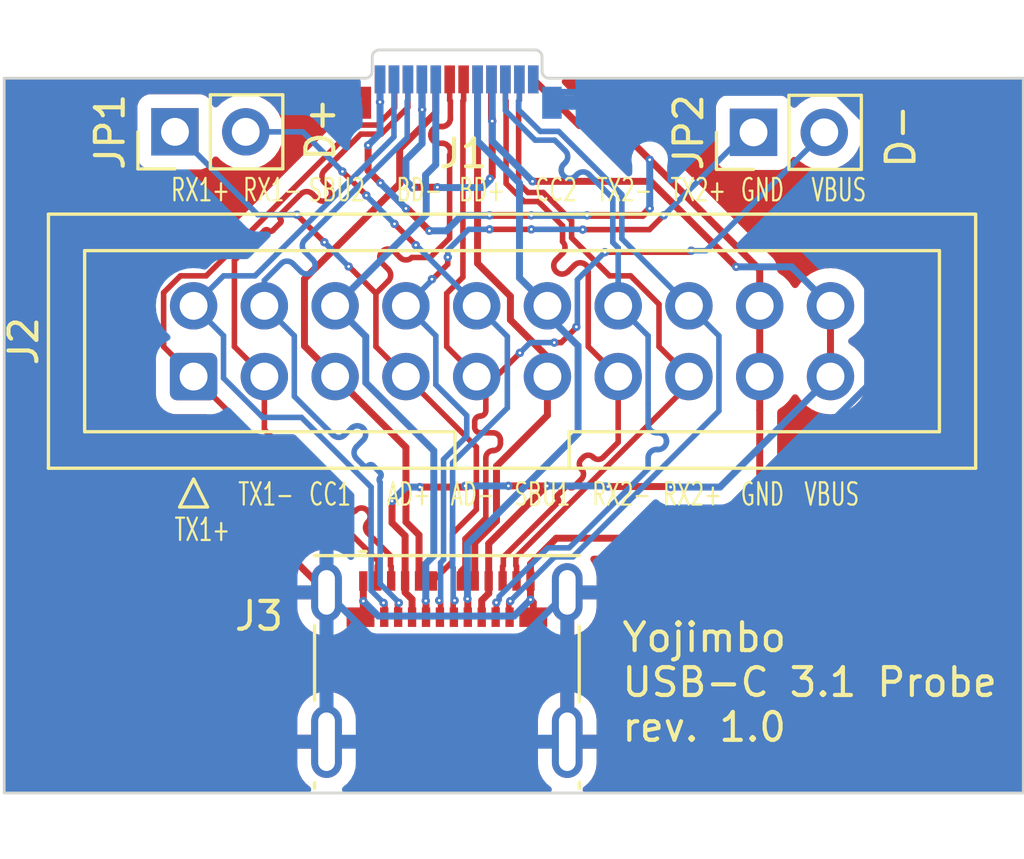
<source format=kicad_pcb>
(kicad_pcb (version 20221018) (generator pcbnew)
  (layers (0 "F.Cu" signal) (31 "B.Cu" signal) (34 "B.Paste" user) (35 "F.Paste" user) (36 "B.SilkS" user "B.Silkscreen") (37 "F.SilkS" user "F.Silkscreen") (38 "B.Mask" user) (39 "F.Mask" user) (44 "Edge.Cuts" user))
  (net 0 "")
  (net 1 "GND")
  (net 2 "/TX1+")
  (net 3 "/RX2+")
  (net 4 "/VBUS")
  (net 5 "/CC1")
  (net 6 "/A-D+")
  (net 7 "/A-D-")
  (net 8 "/SBU1")
  (net 9 "/RX2-")
  (net 10 "/TX2+")
  (net 11 "/TX2-")
  (net 12 "/CC2")
  (net 13 "/B-D+")
  (net 14 "/B-D-")
  (net 15 "/SBU2")
  (net 16 "/RX1-")
  (net 17 "/RX1+")
  (net 18 "/TX1-")
  (net 19 "/Shield")
  (footprint "Connector_IDC:IDC-Header_2x10_P2.54mm_Vertical" (layer "F.Cu") (at 137.16 60.96 90)
    (fp_text reference "J2")
    (fp_text value "Conn_02x09_Top_Bottom")
  )
  (footprint "Connector_PinHeader_2.54mm:PinHeader_1x02_P2.54mm_Vertical" (layer "F.Cu") (at 157.257 52.194 90)
    (fp_text reference "JP2")
    (fp_text value "Conn_01x02")
  )
  (footprint "Connector_USB:USB_C_Receptacle_Molex_105450-0101" (layer "F.Cu") (at 146.252 71.511)
    (fp_text reference "J3")
    (fp_text value "USB_C_Receptacle")
  )
  (footprint "Connector_USB:USB_C_Plug_Molex_105444" (layer "F.Cu") (at 146.602 50.252)
    (fp_text reference "J1")
    (fp_text value "USB_C_Plug")
  )
  (footprint "Connector_PinHeader_2.54mm:PinHeader_1x02_P2.54mm_Vertical" (layer "F.Cu") (at 136.492 52.176 90)
    (fp_text reference "JP1")
    (fp_text value "Conn_01x02")
  )
  (gr_line (start 143.572 49.49) (end 143.572 49.998) (stroke (width 0.1)) (layer "Edge.Cuts"))
  (gr_line (start 143.826 49.236) (end 149.414 49.236) (stroke (width 0.1)) (layer "Edge.Cuts"))
  (gr_arc (start 143.572 49.49) (mid 143.646395 49.310395) (end 143.826 49.236) (stroke (width 0.1)) (layer "Edge.Cuts"))
  (gr_arc (start 143.572 49.998) (mid 143.497605 50.177605) (end 143.318 50.252) (stroke (width 0.1)) (layer "Edge.Cuts"))
  (gr_line (start 130.364 75.906) (end 130.364 50.252) (stroke (width 0.1)) (layer "Edge.Cuts"))
  (gr_line (start 149.922 50.252) (end 166.94 50.252) (stroke (width 0.1)) (layer "Edge.Cuts"))
  (gr_line (start 130.364 75.906) (end 166.94 75.906) (stroke (width 0.1)) (layer "Edge.Cuts"))
  (gr_line (start 149.668 49.49) (end 149.668 49.998) (stroke (width 0.1)) (layer "Edge.Cuts"))
  (gr_line (start 166.94 50.252) (end 166.94 75.906) (stroke (width 0.1)) (layer "Edge.Cuts"))
  (gr_line (start 130.364 50.252) (end 143.318 50.252) (stroke (width 0.1)) (layer "Edge.Cuts"))
  (gr_arc (start 149.922 50.252) (mid 149.742395 50.177605) (end 149.668 49.998) (stroke (width 0.1)) (layer "Edge.Cuts"))
  (gr_arc (start 149.414 49.236) (mid 149.593605 49.310395) (end 149.668 49.49) (stroke (width 0.1)) (layer "Edge.Cuts"))
  (gr_text "TX1-" (at 138.715 65.656) (layer "F.SilkS") (effects (font (size 0.8 0.508) (thickness 0.08)) (justify left bottom)))
  (gr_text "D-" (at 163.13 53.554 90) (layer "F.SilkS") (effects (font (size 1 1)) (justify left bottom)))
  (gr_text "TX2+" (at 154.231452 54.734) (layer "F.SilkS") (effects (font (size 0.8 0.508) (thickness 0.08)) (justify left bottom)))
  (gr_text "AD-" (at 146.335 65.656) (layer "F.SilkS") (effects (font (size 0.8 0.508) (thickness 0.08)) (justify left bottom)))
  (gr_text "BD-" (at 144.388886 54.734) (layer "F.SilkS") (effects (font (size 0.8 0.508) (thickness 0.08)) (justify left bottom)))
  (gr_text "RX1+" (at 136.301298 54.734) (layer "F.SilkS") (effects (font (size 0.8 0.508) (thickness 0.08)) (justify left bottom)))
  (gr_text "RX2-" (at 151.415 65.656) (layer "F.SilkS") (effects (font (size 0.8 0.508) (thickness 0.08)) (justify left bottom)))
  (gr_text "BD+" (at 146.636963 54.734) (layer "F.SilkS") (effects (font (size 0.8 0.508) (thickness 0.08)) (justify left bottom)))
  (gr_text "VBUS" (at 159.289 54.734) (layer "F.SilkS") (effects (font (size 0.8 0.508) (thickness 0.08)) (justify left bottom)))
  (gr_text "SBU1" (at 148.621 65.656) (layer "F.SilkS") (effects (font (size 0.8 0.508) (thickness 0.08)) (justify left bottom)))
  (gr_text "AD+" (at 144.049 65.656) (layer "F.SilkS") (effects (font (size 0.8 0.508) (thickness 0.08)) (justify left bottom)))
  (gr_text "CC1" (at 141.255 65.656) (layer "F.SilkS") (effects (font (size 0.8 0.508) (thickness 0.08)) (justify left bottom)))
  (gr_text "GND" (at 156.749 54.734) (layer "F.SilkS") (effects (font (size 0.8 0.508) (thickness 0.08)) (justify left bottom)))
  (gr_text "TX2-" (at 151.582733 54.734) (layer "F.SilkS") (effects (font (size 0.8 0.508) (thickness 0.08)) (justify left bottom)))
  (gr_text "CC2" (at 149.361104 54.734) (layer "F.SilkS") (effects (font (size 0.8 0.508) (thickness 0.08)) (justify left bottom)))
  (gr_text "GND" (at 156.749 65.656) (layer "F.SilkS") (effects (font (size 0.8 0.508) (thickness 0.08)) (justify left bottom)))
  (gr_text "RX2+" (at 153.955 65.656) (layer "F.SilkS") (effects (font (size 0.8 0.508) (thickness 0.08)) (justify left bottom)))
  (gr_text "D+" (at 142.302 53.3 90) (layer "F.SilkS") (effects (font (size 1 1)) (justify left bottom)))
  (gr_text "VBUS" (at 159.035 65.656) (layer "F.SilkS") (effects (font (size 0.8 0.508) (thickness 0.08)) (justify left bottom)))
  (gr_text "TX1+" (at 136.429 66.926) (layer "F.SilkS") (effects (font (size 0.8 0.508) (thickness 0.08)) (justify left bottom)))
  (gr_text "SBU2" (at 141.241579 54.734) (layer "F.SilkS") (effects (font (size 0.8 0.508) (thickness 0.08)) (justify left bottom)))
  (gr_text "RX1-" (at 138.88771 54.734) (layer "F.SilkS") (effects (font (size 0.8 0.508) (thickness 0.08)) (justify left bottom)))
  (gr_text "Yojimbo\nUSB-C 3.1 Probe\nrev. 1.0" (at 152.462 74.128) (layer "F.SilkS") (effects (font (size 1 1)) (justify left bottom)))
  (segment (start 143.252 68.296) (end 143.252 69.01625) (width 0.25) (layer "F.Cu") (net 1))
  (segment (start 144.782 54.926) (end 144.820094 54.926) (width 0.25) (layer "F.Cu") (net 1))
  (segment (start 143.424177 53.568177) (end 143.424177 52.660238) (width 0.25) (layer "F.Cu") (net 1))
  (segment (start 157.48 62.176) (end 157.48 60.96) (width 0.25) (layer "F.Cu") (net 1))
  (segment (start 155.446 66.762) (end 157.48 64.728) (width 0.25) (layer "F.Cu") (net 1))
  (segment (start 149.252 68.296) (end 149.252 68.965538) (width 0.25) (layer "F.Cu") (net 1))
  (segment (start 147.782 55.176) (end 149.282 55.176) (width 0.25) (layer "F.Cu") (net 1))
  (segment (start 153.282 55.176) (end 153.532 54.926) (width 0.25) (layer "F.Cu") (net 1))
  (segment (start 143.852 50.292) (end 143.852 51.106) (width 0.25) (layer "F.Cu") (net 1))
  (segment (start 149.252 67.686) (end 150.176 66.762) (width 0.25) (layer "F.Cu") (net 1))
  (segment (start 152.305 51.949) (end 153.532 53.176) (width 0.25) (layer "F.Cu") (net 1))
  (segment (start 151.282 55.176) (end 153.282 55.176) (width 0.25) (layer "F.Cu") (net 1))
  (segment (start 153.532 53.176) (end 157.48 57.124) (width 0.25) (layer "F.Cu") (net 1))
  (segment (start 157.48 60.96) (end 157.48 58.42) (width 0.25) (layer "F.Cu") (net 1))
  (segment (start 143.252 69.01625) (end 143.252 69.496) (width 0.25) (layer "F.Cu") (net 1))
  (segment (start 149.252 68.296) (end 149.252 67.686) (width 0.25) (layer "F.Cu") (net 1))
  (segment (start 150.176 66.762) (end 155.446 66.762) (width 0.25) (layer "F.Cu") (net 1))
  (segment (start 149.352 50.292) (end 151.009 51.949) (width 0.25) (layer "F.Cu") (net 1))
  (segment (start 157.48 64.728) (end 157.48 62.176) (width 0.25) (layer "F.Cu") (net 1))
  (segment (start 144.820094 54.926) (end 145.622296 55.728202) (width 0.25) (layer "F.Cu") (net 1))
  (segment (start 151.009 51.949) (end 152.305 51.949) (width 0.25) (layer "F.Cu") (net 1))
  (segment (start 149.352 69.596) (end 149.352 69.065538) (width 0.25) (layer "F.Cu") (net 1))
  (segment (start 157.48 57.124) (end 157.48 58.42) (width 0.25) (layer "F.Cu") (net 1))
  (segment (start 143.866286 54.010286) (end 143.424177 53.568177) (width 0.25) (layer "F.Cu") (net 1))
  (segment (start 149.352 69.065538) (end 149.252 68.965538) (width 0.25) (layer "F.Cu") (net 1))
  (segment (start 143.252 69.496) (end 143.152 69.596) (width 0.25) (layer "F.Cu") (net 1))
  (via micro (at 143.424177 52.660238) (size 0.3) (drill 0.1) (layers "F.Cu" "B.Cu") (net 1))
  (via micro (at 153.532 54.926) (size 0.3) (drill 0.1) (layers "F.Cu" "B.Cu") (net 1))
  (via micro (at 149.282 55.176) (size 0.3) (drill 0.1) (layers "F.Cu" "B.Cu") (net 1))
  (via micro (at 145.622296 55.728202) (size 0.3) (drill 0.1) (layers "F.Cu" "B.Cu") (net 1))
  (via micro (at 143.252 69.01625) (size 0.3) (drill 0.1) (layers "F.Cu" "B.Cu") (net 1))
  (via micro (at 144.782 54.926) (size 0.3) (drill 0.1) (layers "F.Cu" "B.Cu") (net 1))
  (via micro (at 143.852 51.106) (size 0.3) (drill 0.1) (layers "F.Cu" "B.Cu") (net 1))
  (via micro (at 153.532 53.176) (size 0.3) (drill 0.1) (layers "F.Cu" "B.Cu") (net 1))
  (via micro (at 149.252 68.965538) (size 0.3) (drill 0.1) (layers "F.Cu" "B.Cu") (net 1))
  (via micro (at 151.282 55.176) (size 0.3) (drill 0.1) (layers "F.Cu" "B.Cu") (net 1))
  (via micro (at 147.782 55.176) (size 0.3) (drill 0.1) (layers "F.Cu" "B.Cu") (net 1))
  (via micro (at 143.866286 54.010286) (size 0.3) (drill 0.1) (layers "F.Cu" "B.Cu") (net 1))
  (segment (start 143.852 52.232415) (end 143.424177 52.660238) (width 0.25) (layer "B.Cu") (net 1))
  (segment (start 143.852 50.292) (end 143.852 51.106) (width 0.25) (layer "B.Cu") (net 1))
  (segment (start 146.532 55.426) (end 146.782 55.176) (width 0.25) (layer "B.Cu") (net 1))
  (segment (start 148.661538 69.556) (end 143.79175 69.556) (width 0.25) (layer "B.Cu") (net 1))
  (segment (start 146.229798 55.728202) (end 146.532 55.426) (width 0.25) (layer "B.Cu") (net 1))
  (segment (start 143.852 51.106) (end 143.852 52.232415) (width 0.25) (layer "B.Cu") (net 1))
  (segment (start 146.782 55.176) (end 147.782 55.176) (width 0.25) (layer "B.Cu") (net 1))
  (segment (start 143.866286 54.010286) (end 144.782 54.926) (width 0.25) (layer "B.Cu") (net 1))
  (segment (start 149.252 68.965538) (end 148.661538 69.556) (width 0.25) (layer "B.Cu") (net 1))
  (segment (start 143.79175 69.556) (end 143.252 69.01625) (width 0.25) (layer "B.Cu") (net 1))
  (segment (start 145.622296 55.728202) (end 146.229798 55.728202) (width 0.25) (layer "B.Cu") (net 1))
  (segment (start 153.532 54.926) (end 153.532 53.176) (width 0.25) (layer "B.Cu") (net 1))
  (segment (start 149.352 50.292) (end 149.352 50.462) (width 0.25) (layer "B.Cu") (net 1))
  (segment (start 149.282 55.176) (end 151.282 55.176) (width 0.25) (layer "B.Cu") (net 1))
  (segment (start 143.777 67.577) (end 137.16 60.96) (width 0.2) (layer "F.Cu") (net 2))
  (segment (start 136.085 57.948) (end 136.085 59.885) (width 0.2) (layer "F.Cu") (net 2))
  (segment (start 143.752 67.770999) (end 143.777 67.745999) (width 0.2) (layer "F.Cu") (net 2))
  (segment (start 144.352 50.292) (end 144.377 50.317) (width 0.2) (layer "F.Cu") (net 2))
  (segment (start 144.377 50.317) (end 144.377 51.312) (width 0.2) (layer "F.Cu") (net 2))
  (segment (start 136.085 59.885) (end 137.16 60.96) (width 0.2) (layer "F.Cu") (net 2))
  (segment (start 143.752 68.296) (end 143.752 67.770999) (width 0.2) (layer "F.Cu") (net 2))
  (segment (start 143.777 67.745999) (end 143.777 67.577) (width 0.2) (layer "F.Cu") (net 2))
  (segment (start 137.613 57.345) (end 136.688 57.345) (width 0.2) (layer "F.Cu") (net 2))
  (segment (start 144.377 51.312) (end 143.757 51.932) (width 0.2) (layer "F.Cu") (net 2))
  (segment (start 136.688 57.345) (end 136.085 57.948) (width 0.2) (layer "F.Cu") (net 2))
  (segment (start 143.757 51.932) (end 143.026 51.932) (width 0.2) (layer "F.Cu") (net 2))
  (segment (start 143.026 51.932) (end 137.613 57.345) (width 0.2) (layer "F.Cu") (net 2))
  (segment (start 148.727 67.745999) (end 148.727 67.452) (width 0.2) (layer "F.Cu") (net 3))
  (segment (start 148.827 51.067001) (end 148.827 54.020924) (width 0.2) (layer "F.Cu") (net 3))
  (segment (start 153.865 58.36472) (end 153.865 59.885) (width 0.2) (layer "F.Cu") (net 3))
  (segment (start 148.727 67.452) (end 154.94 61.239) (width 0.2) (layer "F.Cu") (net 3))
  (segment (start 148.827 54.020924) (end 149.159325 54.353249) (width 0.2) (layer "F.Cu") (net 3))
  (segment (start 148.852 50.292) (end 148.852 51.042001) (width 0.2) (layer "F.Cu") (net 3))
  (segment (start 149.709249 54.353249) (end 150.728334 55.372334) (width 0.2) (layer "F.Cu") (net 3))
  (segment (start 150.728334 55.980914) (end 152.09242 57.345) (width 0.2) (layer "F.Cu") (net 3))
  (segment (start 152.09242 57.345) (end 152.84528 57.345) (width 0.2) (layer "F.Cu") (net 3))
  (segment (start 148.752 68.296) (end 148.752 67.770999) (width 0.2) (layer "F.Cu") (net 3))
  (segment (start 149.159325 54.353249) (end 149.709249 54.353249) (width 0.2) (layer "F.Cu") (net 3))
  (segment (start 148.752 67.770999) (end 148.727 67.745999) (width 0.2) (layer "F.Cu") (net 3))
  (segment (start 150.728334 55.372334) (end 150.728334 55.980914) (width 0.2) (layer "F.Cu") (net 3))
  (segment (start 153.865 59.885) (end 154.94 60.96) (width 0.2) (layer "F.Cu") (net 3))
  (segment (start 154.94 61.239) (end 154.94 60.96) (width 0.2) (layer "F.Cu") (net 3))
  (segment (start 152.84528 57.345) (end 153.865 58.36472) (width 0.2) (layer "F.Cu") (net 3))
  (segment (start 148.852 51.042001) (end 148.827 51.067001) (width 0.2) (layer "F.Cu") (net 3))
  (segment (start 160.02 60.96) (end 160.02 58.42) (width 0.25) (layer "F.Cu") (net 4))
  (segment (start 147.752 68.296) (end 147.752 68.743979) (width 0.25) (layer "F.Cu") (net 4))
  (segment (start 149.824157 64.883843) (end 149.847666 64.883843) (width 0.25) (layer "F.Cu") (net 4))
  (segment (start 145.363694 51.378981) (end 145.363694 50.303694) (width 0.25) (layer "F.Cu") (net 4))
  (segment (start 154.263352 64.907352) (end 154.282 64.926) (width 0.25) (layer "F.Cu") (net 4))
  (segment (start 148.460617 64.883843) (end 149.847666 64.883843) (width 0.25) (layer "F.Cu") (net 4))
  (segment (start 144.282 66.20633) (end 144.282 65.926) (width 0.25) (layer "F.Cu") (net 4))
  (segment (start 152.034031 64.907352) (end 154.263352 64.907352) (width 0.25) (layer "F.Cu") (net 4))
  (segment (start 147.752 68.296) (end 147.752 66.956) (width 0.25) (layer "F.Cu") (net 4))
  (segment (start 147.752 66.956) (end 149.824157 64.883843) (width 0.25) (layer "F.Cu") (net 4))
  (segment (start 145.363694 50.303694) (end 145.352 50.292) (width 0.25) (layer "F.Cu") (net 4))
  (segment (start 149.325011 53.953249) (end 153.56844 53.953249) (width 0.25) (layer "F.Cu") (net 4))
  (segment (start 144.282 65.926) (end 144.282 65.426) (width 0.25) (layer "F.Cu") (net 4))
  (segment (start 145.909858 54.164833) (end 145.043167 54.164833) (width 0.25) (layer "F.Cu") (net 4))
  (segment (start 145.282 64.926) (end 146.958661 64.926) (width 0.25) (layer "F.Cu") (net 4))
  (segment (start 144.752 66.67633) (end 144.282 66.20633) (width 0.25) (layer "F.Cu") (net 4))
  (segment (start 147.879189 53.782379) (end 147.802356 53.859212) (width 0.25) (layer "F.Cu") (net 4))
  (segment (start 147.852 50.292) (end 147.852 51.763205) (width 0.25) (layer "F.Cu") (net 4))
  (segment (start 145.002 69.596) (end 145.002 68.956) (width 0.25) (layer "F.Cu") (net 4))
  (segment (start 144.752 68.706) (end 144.752 68.296) (width 0.25) (layer "F.Cu") (net 4))
  (segment (start 153.56844 53.953249) (end 156.636404 57.021213) (width 0.25) (layer "F.Cu") (net 4))
  (segment (start 147.502 68.993979) (end 147.502 69.596) (width 0.25) (layer "F.Cu") (net 4))
  (segment (start 147.879189 51.790394) (end 147.879189 53.782379) (width 0.25) (layer "F.Cu") (net 4))
  (segment (start 144.752 68.296) (end 144.752 66.67633) (width 0.25) (layer "F.Cu") (net 4))
  (segment (start 145.043167 54.164833) (end 145.032 54.176) (width 0.25) (layer "F.Cu") (net 4))
  (segment (start 147.852 51.763205) (end 147.879189 51.790394) (width 0.25) (layer "F.Cu") (net 4))
  (segment (start 147.752 68.743979) (end 147.502 68.993979) (width 0.25) (layer "F.Cu") (net 4))
  (segment (start 145.002 68.956) (end 144.752 68.706) (width 0.25) (layer "F.Cu") (net 4))
  (via micro (at 147.802356 53.859212) (size 0.3) (drill 0.1) (layers "F.Cu" "B.Cu") (net 4))
  (via micro (at 145.032 54.176) (size 0.3) (drill 0.1) (layers "F.Cu" "B.Cu") (net 4))
  (via micro (at 149.325011 53.953249) (size 0.3) (drill 0.1) (layers "F.Cu" "B.Cu") (net 4))
  (via micro (at 145.282 64.926) (size 0.3) (drill 0.1) (layers "F.Cu" "B.Cu") (net 4))
  (via micro (at 147.879189 51.790394) (size 0.3) (drill 0.1) (layers "F.Cu" "B.Cu") (net 4))
  (via micro (at 144.282 65.426) (size 0.3) (drill 0.1) (layers "F.Cu" "B.Cu") (net 4))
  (via micro (at 148.460617 64.883843) (size 0.3) (drill 0.1) (layers "F.Cu" "B.Cu") (net 4))
  (via micro (at 145.363694 51.378981) (size 0.3) (drill 0.1) (layers "F.Cu" "B.Cu") (net 4))
  (via micro (at 149.847666 64.883843) (size 0.3) (drill 0.1) (layers "F.Cu" "B.Cu") (net 4))
  (via micro (at 156.636404 57.021213) (size 0.3) (drill 0.1) (layers "F.Cu" "B.Cu") (net 4))
  (via micro (at 152.034031 64.907352) (size 0.3) (drill 0.1) (layers "F.Cu" "B.Cu") (net 4))
  (via micro (at 146.909003 64.883843) (size 0.3) (drill 0.1) (layers "F.Cu" "B.Cu") (net 4))
  (via micro (at 154.282 64.926) (size 0.3) (drill 0.1) (layers "F.Cu" "B.Cu") (net 4))
  (via micro (at 145.909858 54.164833) (size 0.3) (drill 0.1) (layers "F.Cu" "B.Cu") (net 4))
  (segment (start 156.636404 57.021213) (end 158.621213 57.021213) (width 0.25) (layer "B.Cu") (net 4))
  (segment (start 145.921025 54.176) (end 145.909858 54.164833) (width 0.25) (layer "B.Cu") (net 4))
  (segment (start 145.363694 52.594306) (end 145.363694 51.378981) (width 0.25) (layer "B.Cu") (net 4))
  (segment (start 145.352 51.367287) (end 145.363694 51.378981) (width 0.25) (layer "B.Cu") (net 4))
  (segment (start 145.032 54.176) (end 144.782 53.926) (width 0.25) (layer "B.Cu") (net 4))
  (segment (start 147.879189 52.507427) (end 149.325011 53.953249) (width 0.25) (layer "B.Cu") (net 4))
  (segment (start 144.282 65.426) (end 144.782 64.926) (width 0.25) (layer "B.Cu") (net 4))
  (segment (start 147.879189 51.790394) (end 147.879189 51.676) (width 0.25) (layer "B.Cu") (net 4))
  (segment (start 154.282 64.926) (end 156.054 64.926) (width 0.25) (layer "B.Cu") (net 4))
  (segment (start 147.879189 50.319189) (end 147.852 50.292) (width 0.25) (layer "B.Cu") (net 4))
  (segment (start 146.909003 64.883843) (end 148.460617 64.883843) (width 0.25) (layer "B.Cu") (net 4))
  (segment (start 152.010522 64.883843) (end 152.034031 64.907352) (width 0.25) (layer "B.Cu") (net 4))
  (segment (start 144.782 53.176) (end 145.363694 52.594306) (width 0.25) (layer "B.Cu") (net 4))
  (segment (start 147.879189 51.676) (end 147.879189 52.507427) (width 0.25) (layer "B.Cu") (net 4))
  (segment (start 145.352 50.292) (end 145.352 51.367287) (width 0.25) (layer "B.Cu") (net 4))
  (segment (start 156.054 64.926) (end 160.02 60.96) (width 0.25) (layer "B.Cu") (net 4))
  (segment (start 158.621213 57.021213) (end 160.02 58.42) (width 0.25) (layer "B.Cu") (net 4))
  (segment (start 149.847666 64.883843) (end 152.010522 64.883843) (width 0.25) (layer "B.Cu") (net 4))
  (segment (start 147.532 54.176) (end 145.921025 54.176) (width 0.25) (layer "B.Cu") (net 4))
  (segment (start 144.782 64.926) (end 145.282 64.926) (width 0.25) (layer "B.Cu") (net 4))
  (segment (start 144.782 53.926) (end 144.782 53.176) (width 0.25) (layer "B.Cu") (net 4))
  (segment (start 147.802356 53.905644) (end 147.532 54.176) (width 0.25) (layer "B.Cu") (net 4))
  (segment (start 147.879189 51.676) (end 147.879189 50.319189) (width 0.25) (layer "B.Cu") (net 4))
  (segment (start 147.802356 53.859212) (end 147.802356 53.905644) (width 0.25) (layer "B.Cu") (net 4))
  (segment (start 144.557 54.03928) (end 141.14 57.45628) (width 0.25) (layer "F.Cu") (net 5))
  (segment (start 144.782 66.176) (end 144.782 63.502) (width 0.25) (layer "F.Cu") (net 5))
  (segment (start 141.14 57.45628) (end 141.14 59.86) (width 0.25) (layer "F.Cu") (net 5))
  (segment (start 144.782 63.502) (end 142.24 60.96) (width 0.25) (layer "F.Cu") (net 5))
  (segment (start 144.557 52.786716) (end 144.557 54.03928) (width 0.25) (layer "F.Cu") (net 5))
  (segment (start 145.252 68.296) (end 145.252 66.646) (width 0.25) (layer "F.Cu") (net 5))
  (segment (start 145.852 51.491716) (end 144.557 52.786716) (width 0.25) (layer "F.Cu") (net 5))
  (segment (start 145.252 66.646) (end 144.782 66.176) (width 0.25) (layer "F.Cu") (net 5))
  (segment (start 141.14 59.86) (end 142.24 60.96) (width 0.25) (layer "F.Cu") (net 5))
  (segment (start 145.852 50.292) (end 145.852 51.491716) (width 0.25) (layer "F.Cu") (net 5))
  (segment (start 145.763105 52.072105) (end 145.707477 52.148671) (width 0.2) (layer "F.Cu") (net 6))
  (segment (start 145.92968 52.584769) (end 145.977 52.586) (width 0.2) (layer "F.Cu") (net 6))
  (segment (start 145.653851 56.685149) (end 144.994571 56.685149) (width 0.2) (layer "F.Cu") (net 6))
  (segment (start 142.739417 57.009137) (end 142.72579 57.009137) (width 0.2) (layer "F.Cu") (net 6))
  (segment (start 146.375769 52.83868) (end 146.377 52.886) (width 0.2) (layer "F.Cu") (net 6))
  (segment (start 146.45202 66.594308) (end 147.308661 65.737667) (width 0.2) (layer "F.Cu") (net 6))
  (segment (start 145.678231 52.23868) (end 145.677 52.286) (width 0.2) (layer "F.Cu") (net 6))
  (segment (start 145.839671 52.016477) (end 145.763105 52.072105) (width 0.2) (layer "F.Cu") (net 6))
  (segment (start 144.570305 56.685149) (end 144.570306 56.685149) (width 0.2) (layer "F.Cu") (net 6))
  (segment (start 145.977 51.986) (end 145.92968 51.987231) (width 0.2) (layer "F.Cu") (net 6))
  (segment (start 143.705 57.97472) (end 143.705 59.885) (width 0.2) (layer "F.Cu") (net 6))
  (segment (start 145.752 68.296) (end 146.45202 67.59598) (width 0.2) (layer "F.Cu") (net 6))
  (segment (start 145.707477 52.148671) (end 145.678231 52.23868) (width 0.2) (layer "F.Cu") (net 6))
  (segment (start 145.678231 52.33332) (end 145.707477 52.423329) (width 0.2) (layer "F.Cu") (net 6))
  (segment (start 146.352 51.042001) (end 146.377 51.067001) (width 0.2) (layer "F.Cu") (net 6))
  (segment (start 145.977 52.586) (end 146.077 52.586) (width 0.2) (layer "F.Cu") (net 6))
  (segment (start 146.375769 51.73332) (end 146.346523 51.823329) (width 0.2) (layer "F.Cu") (net 6))
  (segment (start 146.077 52.586) (end 146.12432 52.587231) (width 0.2) (layer "F.Cu") (net 6))
  (segment (start 145.92968 51.987231) (end 145.839671 52.016477) (width 0.2) (layer "F.Cu") (net 6))
  (segment (start 144.146042 57.533677) (end 143.705 57.97472) (width 0.2) (layer "F.Cu") (net 6))
  (segment (start 146.349109 55.989891) (end 145.653851 56.685149) (width 0.2) (layer "F.Cu") (net 6))
  (segment (start 146.45202 67.59598) (end 146.45202 66.594308) (width 0.2) (layer "F.Cu") (net 6))
  (segment (start 146.214329 51.955523) (end 146.12432 51.984769) (width 0.2) (layer "F.Cu") (net 6))
  (segment (start 141.855946 56.139293) (end 141.855946 56.139292) (width 0.2) (layer "F.Cu") (net 6))
  (segment (start 146.346523 51.823329) (end 146.290895 51.899895) (width 0.2) (layer "F.Cu") (net 6))
  (segment (start 146.290895 52.672105) (end 146.346523 52.748671) (width 0.2) (layer "F.Cu") (net 6))
  (segment (start 145.839671 52.555523) (end 145.92968 52.584769) (width 0.2) (layer "F.Cu") (net 6))
  (segment (start 146.346523 52.748671) (end 146.375769 52.83868) (width 0.2) (layer "F.Cu") (net 6))
  (segment (start 147.308661 65.737667) (end 147.308661 63.488661) (width 0.2) (layer "F.Cu") (net 6))
  (segment (start 146.290895 51.899895) (end 146.214329 51.955523) (width 0.2) (layer "F.Cu") (net 6))
  (segment (start 143.931044 56.894415) (end 144.146041 57.109412) (width 0.2) (layer "F.Cu") (net 6))
  (segment (start 145.707477 52.423329) (end 145.763105 52.499895) (width 0.2) (layer "F.Cu") (net 6))
  (segment (start 146.377 51.686) (end 146.375769 51.73332) (width 0.2) (layer "F.Cu") (net 6))
  (segment (start 146.12432 51.984769) (end 146.077 51.986) (width 0.2) (layer "F.Cu") (net 6))
  (segment (start 146.352 50.292) (end 146.352 51.042001) (width 0.2) (layer "F.Cu") (net 6))
  (segment (start 145.677 52.286) (end 145.678231 52.33332) (width 0.2) (layer "F.Cu") (net 6))
  (segment (start 146.377 52.886) (end 146.375923 52.929385) (width 0.2) (layer "F.Cu") (net 6))
  (segment (start 147.308661 63.488661) (end 144.78 60.96) (width 0.2) (layer "F.Cu") (net 6))
  (segment (start 146.214329 52.616477) (end 146.290895 52.672105) (width 0.2) (layer "F.Cu") (net 6))
  (segment (start 146.377 51.067001) (end 146.377 51.686) (width 0.2) (layer "F.Cu") (net 6))
  (segment (start 146.077 51.986) (end 145.977 51.986) (width 0.2) (layer "F.Cu") (net 6))
  (segment (start 145.763105 52.499895) (end 145.839671 52.555523) (width 0.2) (layer "F.Cu") (net 6))
  (segment (start 146.12432 52.587231) (end 146.214329 52.616477) (width 0.2) (layer "F.Cu") (net 6))
  (segment (start 144.570306 56.685149) (end 144.355308 56.470151) (width 0.2) (layer "F.Cu") (net 6))
  (segment (start 143.705 59.885) (end 144.78 60.96) (width 0.2) (layer "F.Cu") (net 6))
  (segment (start 143.705 57.97472) (end 142.739417 57.009137) (width 0.2) (layer "F.Cu") (net 6))
  (segment (start 144.146041 57.533676) (end 144.146042 57.533677) (width 0.2) (layer "F.Cu") (net 6))
  (segment (start 141.855946 56.139292) (end 140.868556 55.151902) (width 0.2) (layer "F.Cu") (net 6))
  (segment (start 146.349109 53.011908) (end 146.349109 55.989891) (width 0.2) (layer "F.Cu") (net 6))
  (segment (start 146.375923 52.929385) (end 146.349109 53.011908) (width 0.2) (layer "F.Cu") (net 6))
  (via micro (at 142.72579 57.009137) (size 0.3) (drill 0.1) (layers "F.Cu" "B.Cu") (net 6))
  (via micro (at 141.855946 56.139293) (size 0.3) (drill 0.1) (layers "F.Cu" "B.Cu") (net 6))
  (via micro (at 140.868556 55.151902) (size 0.3) (drill 0.1) (layers "F.Cu" "B.Cu") (net 6))
  (arc (start 144.355308 56.470151) (mid 144.143176 56.382283) (end 143.931044 56.470151) (width 0.2) (layer "F.Cu") (net 6))
  (arc (start 144.146041 57.109412) (mid 144.233909 57.321544) (end 144.146041 57.533676) (width 0.2) (layer "F.Cu") (net 6))
  (arc (start 144.994571 56.685149) (mid 144.782438 56.773017) (end 144.570305 56.685149) (width 0.2) (layer "F.Cu") (net 6))
  (arc (start 143.931044 56.470151) (mid 143.843176 56.682283) (end 143.931044 56.894415) (width 0.2) (layer "F.Cu") (net 6))
  (segment (start 139.467902 55.151902) (end 136.492 52.176) (width 0.2) (layer "B.Cu") (net 6))
  (segment (start 140.868556 55.151902) (end 139.467902 55.151902) (width 0.2) (layer "B.Cu") (net 6))
  (segment (start 142.72579 57.009137) (end 141.855946 56.139293) (width 0.2) (layer "B.Cu") (net 6))
  (segment (start 147.649546 61.289546) (end 147.32 60.96) (width 0.2) (layer "F.Cu") (net 7))
  (segment (start 150.352528 59.740117) (end 150.899119 59.193526) (width 0.2) (layer "F.Cu") (net 7))
  (segment (start 147.249233 62.777844) (end 147.249233 62.578156) (width 0.2) (layer "F.Cu") (net 7))
  (segment (start 146.902 67.782397) (end 146.902 66.780696) (width 0.2) (layer "F.Cu") (net 7))
  (segment (start 146.902 66.780696) (end 147.649546 66.03315) (width 0.2) (layer "F.Cu") (net 7))
  (segment (start 150.10568 59.740117) (end 150.352528 59.740117) (width 0.2) (layer "F.Cu") (net 7))
  (segment (start 148.173557 63.35399) (end 148.173557 63.240005) (width 0.2) (layer "F.Cu") (net 7))
  (segment (start 146.752 68.296) (end 146.752 67.932397) (width 0.2) (layer "F.Cu") (net 7))
  (segment (start 151.921773 56.495834) (end 154.972105 56.495834) (width 0.2) (layer "F.Cu") (net 7))
  (segment (start 146.827 57.39272) (end 146.245 57.97472) (width 0.2) (layer "F.Cu") (net 7))
  (segment (start 147.32 60.96) (end 148.02183 60.96) (width 0.2) (layer "F.Cu") (net 7))
  (segment (start 147.911551 62.978) (end 147.449389 62.978) (width 0.2) (layer "F.Cu") (net 7))
  (segment (start 147.649546 62.053) (end 147.649546 61.289546) (width 0.2) (layer "F.Cu") (net 7))
  (segment (start 146.752 67.932397) (end 146.902 67.782397) (width 0.2) (layer "F.Cu") (net 7))
  (segment (start 154.972105 56.495834) (end 155.025001 56.442938) (width 0.2) (layer "F.Cu") (net 7))
  (segment (start 147.449389 62.378) (end 147.44939 62.378) (width 0.2) (layer "F.Cu") (net 7))
  (segment (start 146.852 51.042001) (end 146.827 51.067001) (width 0.2) (layer "F.Cu") (net 7))
  (segment (start 147.911552 62.978) (end 147.911551 62.978) (width 0.2) (layer "F.Cu") (net 7))
  (segment (start 147.649546 62.177844) (end 147.649546 62.053) (width 0.2) (layer "F.Cu") (net 7))
  (segment (start 147.649546 66.03315) (end 147.649546 63.878) (width 0.2) (layer "F.Cu") (net 7))
  (segment (start 146.245 59.885) (end 147.32 60.96) (width 0.2) (layer "F.Cu") (net 7))
  (segment (start 148.02183 60.96) (end 148.871441 60.110389) (width 0.2) (layer "F.Cu") (net 7))
  (segment (start 146.827 51.067001) (end 146.827 57.39272) (width 0.2) (layer "F.Cu") (net 7))
  (segment (start 146.852 50.292) (end 146.852 51.042001) (width 0.2) (layer "F.Cu") (net 7))
  (segment (start 146.245 57.97472) (end 146.245 59.885) (width 0.2) (layer "F.Cu") (net 7))
  (segment (start 147.911551 63.615995) (end 147.911552 63.615995) (width 0.2) (layer "F.Cu") (net 7))
  (via micro (at 150.10568 59.740117) (size 0.3) (drill 0.1) (layers "F.Cu" "B.Cu") (net 7))
  (via micro (at 155.025001 56.442938) (size 0.3) (drill 0.1) (layers "F.Cu" "B.Cu") (net 7))
  (via micro (at 151.921773 56.495834) (size 0.3) (drill 0.1) (layers "F.Cu" "B.Cu") (net 7))
  (via micro (at 150.899119 59.175894) (size 0.3) (drill 0.1) (layers "F.Cu" "B.Cu") (net 7))
  (via micro (at 148.871441 60.110389) (size 0.3) (drill 0.1) (layers "F.Cu" "B.Cu") (net 7))
  (arc (start 147.911552 63.615995) (mid 148.096818 63.539256) (end 148.173557 63.35399) (width 0.2) (layer "F.Cu") (net 7))
  (arc (start 147.449389 62.978) (mid 147.307857 62.919376) (end 147.249233 62.777844) (width 0.2) (layer "F.Cu") (net 7))
  (arc (start 147.44939 62.378) (mid 147.590922 62.319376) (end 147.649546 62.177844) (width 0.2) (layer "F.Cu") (net 7))
  (arc (start 148.173557 63.240005) (mid 148.096818 63.054739) (end 147.911552 62.978) (width 0.2) (layer "F.Cu") (net 7))
  (arc (start 147.249233 62.578156) (mid 147.307857 62.436624) (end 147.449389 62.378) (width 0.2) (layer "F.Cu") (net 7))
  (arc (start 147.649546 63.878) (mid 147.726285 63.692734) (end 147.911551 63.615995) (width 0.2) (layer "F.Cu") (net 7))
  (segment (start 155.025001 56.442938) (end 155.548062 56.442938) (width 0.2) (layer "B.Cu") (net 7))
  (segment (start 150.935 57.482607) (end 151.921773 56.495834) (width 0.2) (layer "B.Cu") (net 7))
  (segment (start 149.241713 59.740117) (end 150.10568 59.740117) (width 0.2) (layer "B.Cu") (net 7))
  (segment (start 159.797 52.194) (end 159.797 52.426) (width 0.2) (layer "B.Cu") (net 7))
  (segment (start 150.899119 59.175894) (end 150.935 59.140013) (width 0.2) (layer "B.Cu") (net 7))
  (segment (start 148.871441 60.110389) (end 149.241713 59.740117) (width 0.2) (layer "B.Cu") (net 7))
  (segment (start 155.548062 56.442938) (end 159.797 52.194) (width 0.2) (layer "B.Cu") (net 7))
  (segment (start 150.935 59.140013) (end 150.935 57.482607) (width 0.2) (layer "B.Cu") (net 7))
  (segment (start 147.252 68.296) (end 147.252 66.92567) (width 0.25) (layer "F.Cu") (net 8))
  (segment (start 147.352 56.896365) (end 148.532 58.076365) (width 0.25) (layer "F.Cu") (net 8))
  (segment (start 149.86 60.254) (end 149.86 60.96) (width 0.25) (layer "F.Cu") (net 8))
  (segment (start 147.352 50.292) (end 147.352 56.896365) (width 0.25) (layer "F.Cu") (net 8))
  (segment (start 148.532 58.926) (end 149.86 60.254) (width 0.25) (layer "F.Cu") (net 8))
  (segment (start 148.532 58.076365) (end 148.532 58.926) (width 0.25) (layer "F.Cu") (net 8))
  (segment (start 149.86 62.348) (end 149.86 60.96) (width 0.25) (layer "F.Cu") (net 8))
  (segment (start 148.032 66.14567) (end 148.032 64.176) (width 0.25) (layer "F.Cu") (net 8))
  (segment (start 148.032 64.176) (end 149.86 62.348) (width 0.25) (layer "F.Cu") (net 8))
  (segment (start 147.252 66.92567) (end 148.032 66.14567) (width 0.25) (layer "F.Cu") (net 8))
  (segment (start 148.352 51.042001) (end 148.377 51.067001) (width 0.2) (layer "F.Cu") (net 9))
  (segment (start 150.655457 64.922504) (end 150.655455 64.922505) (width 0.2) (layer "F.Cu") (net 9))
  (segment (start 148.352 50.292) (end 148.352 51.042001) (width 0.2) (layer "F.Cu") (net 9))
  (segment (start 150.231192 65.205347) (end 150.23119 65.205348) (width 0.2) (layer "F.Cu") (net 9))
  (segment (start 148.277 67.44238) (end 150.23119 65.48819) (width 0.2) (layer "F.Cu") (net 9))
  (segment (start 148.377 51.067001) (end 148.377 54.030543) (width 0.2) (layer "F.Cu") (net 9))
  (segment (start 150.23119 65.34677) (end 150.231191 65.346768) (width 0.2) (layer "F.Cu") (net 9))
  (segment (start 151.251861 56.964061) (end 151.251862 56.964062) (width 0.2) (layer "F.Cu") (net 9))
  (segment (start 149.534249 54.678249) (end 150.403334 55.547334) (width 0.2) (layer "F.Cu") (net 9))
  (segment (start 150.599428 57.192231) (end 150.827597 56.964061) (width 0.2) (layer "F.Cu") (net 9))
  (segment (start 151.503984 63.856788) (end 151.503985 63.856789) (width 0.2) (layer "F.Cu") (net 9))
  (segment (start 148.377 54.030543) (end 149.024706 54.678249) (width 0.2) (layer "F.Cu") (net 9))
  (segment (start 150.403333 56.539799) (end 150.403334 56.539798) (width 0.2) (layer "F.Cu") (net 9))
  (segment (start 151.503985 63.856789) (end 151.503986 63.85679) (width 0.2) (layer "F.Cu") (net 9))
  (segment (start 151.079721 63.922444) (end 151.145377 63.856789) (width 0.2) (layer "F.Cu") (net 9))
  (segment (start 150.796877 64.922505) (end 151.07972 64.63966) (width 0.2) (layer "F.Cu") (net 9))
  (segment (start 151.862594 63.85679) (end 151.92825 63.791131) (width 0.2) (layer "F.Cu") (net 9))
  (segment (start 149.024706 54.678249) (end 149.534249 54.678249) (width 0.2) (layer "F.Cu") (net 9))
  (segment (start 151.251862 56.964062) (end 151.325 57.0372) (width 0.2) (layer "F.Cu") (net 9))
  (segment (start 151.325 59.885) (end 152.4 60.96) (width 0.2) (layer "F.Cu") (net 9))
  (segment (start 150.23119 65.205348) (end 150.514035 64.922504) (width 0.2) (layer "F.Cu") (net 9))
  (segment (start 152.4 63.31938) (end 152.4 60.96) (width 0.2) (layer "F.Cu") (net 9))
  (segment (start 148.252 67.770999) (end 148.277 67.745999) (width 0.2) (layer "F.Cu") (net 9))
  (segment (start 150.403334 56.539798) (end 150.175164 56.767967) (width 0.2) (layer "F.Cu") (net 9))
  (segment (start 151.07972 64.281054) (end 151.079721 64.281052) (width 0.2) (layer "F.Cu") (net 9))
  (segment (start 148.277 67.745999) (end 148.277 67.44238) (width 0.2) (layer "F.Cu") (net 9))
  (segment (start 148.252 68.296) (end 148.252 67.770999) (width 0.2) (layer "F.Cu") (net 9))
  (segment (start 151.325 57.0372) (end 151.325 59.885) (width 0.2) (layer "F.Cu") (net 9))
  (segment (start 151.92825 63.791131) (end 152.4 63.31938) (width 0.2) (layer "F.Cu") (net 9))
  (segment (start 150.796876 64.922506) (end 150.796877 64.922505) (width 0.2) (layer "F.Cu") (net 9))
  (segment (start 150.403334 55.547334) (end 150.403334 56.115534) (width 0.2) (layer "F.Cu") (net 9))
  (segment (start 150.599429 57.19223) (end 150.599428 57.192231) (width 0.2) (layer "F.Cu") (net 9))
  (arc (start 150.655455 64.922505) (mid 150.726165 64.951795) (end 150.796876 64.922506) (width 0.2) (layer "F.Cu") (net 9))
  (arc (start 150.175164 56.767967) (mid 150.087296 56.980099) (end 150.175164 57.192231) (width 0.2) (layer "F.Cu") (net 9))
  (arc (start 151.145377 63.856789) (mid 151.324681 63.782518) (end 151.503984 63.856788) (width 0.2) (layer "F.Cu") (net 9))
  (arc (start 151.07972 64.63966) (mid 151.153991 64.460356) (end 151.07972 64.281054) (width 0.2) (layer "F.Cu") (net 9))
  (arc (start 150.23119 65.48819) (mid 150.26048 65.417479) (end 150.23119 65.34677) (width 0.2) (layer "F.Cu") (net 9))
  (arc (start 150.827597 56.964061) (mid 151.039729 56.876193) (end 151.251861 56.964061) (width 0.2) (layer "F.Cu") (net 9))
  (arc (start 151.503986 63.85679) (mid 151.68329 63.93106) (end 151.862594 63.85679) (width 0.2) (layer "F.Cu") (net 9))
  (arc (start 150.175164 57.192231) (mid 150.387297 57.280099) (end 150.599429 57.19223) (width 0.2) (layer "F.Cu") (net 9))
  (arc (start 150.403334 56.115534) (mid 150.491202 56.327667) (end 150.403333 56.539799) (width 0.2) (layer "F.Cu") (net 9))
  (arc (start 150.231191 65.346768) (mid 150.201902 65.276057) (end 150.231192 65.205347) (width 0.2) (layer "F.Cu") (net 9))
  (arc (start 150.514035 64.922504) (mid 150.584746 64.893215) (end 150.655457 64.922504) (width 0.2) (layer "F.Cu") (net 9))
  (arc (start 151.079721 64.281052) (mid 151.005451 64.101748) (end 151.079721 63.922444) (width 0.2) (layer "F.Cu") (net 9))
  (segment (start 148.502 69.596) (end 148.477001 69.571001) (width 0.2) (layer "F.Cu") (net 10))
  (segment (start 148.477001 69.571001) (end 148.477001 69.070021) (width 0.2) (layer "F.Cu") (net 10))
  (segment (start 148.477001 69.070021) (end 148.527 69.020022) (width 0.2) (layer "F.Cu") (net 10))
  (via micro (at 148.527 69.020022) (size 0.3) (drill 0.1) (layers "F.Cu" "B.Cu") (net 10))
  (segment (start 156.015 62.193) (end 156.015 59.495) (width 0.2) (layer "B.Cu") (net 10))
  (segment (start 150.777 67.431) (end 156.015 62.193) (width 0.2) (layer "B.Cu") (net 10))
  (segment (start 148.852 51.042001) (end 148.827 51.067001) (width 0.2) (layer "B.Cu") (net 10))
  (segment (start 152.532 56.012) (end 154.94 58.42) (width 0.2) (layer "B.Cu") (net 10))
  (segment (start 149.603015 52.160015) (end 150.266015 52.160015) (width 0.2) (layer "B.Cu") (net 10))
  (segment (start 150.116022 67.431) (end 150.777 67.431) (width 0.2) (layer "B.Cu") (net 10))
  (segment (start 148.527 69.020022) (end 150.116022 67.431) (width 0.2) (layer "B.Cu") (net 10))
  (segment (start 148.852 50.292) (end 148.852 51.042001) (width 0.2) (layer "B.Cu") (net 10))
  (segment (start 150.266015 52.160015) (end 152.532 54.426) (width 0.2) (layer "B.Cu") (net 10))
  (segment (start 148.827 51.384) (end 149.603015 52.160015) (width 0.2) (layer "B.Cu") (net 10))
  (segment (start 152.532 54.426) (end 152.532 56.012) (width 0.2) (layer "B.Cu") (net 10))
  (segment (start 148.827 51.067001) (end 148.827 51.384) (width 0.2) (layer "B.Cu") (net 10))
  (segment (start 156.015 59.495) (end 154.94 58.42) (width 0.2) (layer "B.Cu") (net 10))
  (segment (start 148.026999 69.070021) (end 148.026999 69.571001) (width 0.2) (layer "F.Cu") (net 11))
  (segment (start 148.026999 69.571001) (end 148.002 69.596) (width 0.2) (layer "F.Cu") (net 11))
  (via micro (at 148.026999 69.070021) (size 0.3) (drill 0.1) (layers "F.Cu" "B.Cu") (net 11))
  (segment (start 153.834311 62.978) (end 153.775 62.978) (width 0.2) (layer "B.Cu") (net 11))
  (segment (start 150.86935 53.758441) (end 150.869349 53.758442) (width 0.2) (layer "B.Cu") (net 11))
  (segment (start 152.207 54.56062) (end 152.207 56.14662) (width 0.2) (layer "B.Cu") (net 11))
  (segment (start 148.127 68.854336) (end 149.875336 67.106) (width 0.2) (layer "B.Cu") (net 11))
  (segment (start 150.500689 53.278575) (end 150.50069 53.278574) (width 0.2) (layer "B.Cu") (net 11))
  (segment (start 153.475 64.27338) (end 153.475 63.878) (width 0.2) (layer "B.Cu") (net 11))
  (segment (start 150.120695 52.474315) (end 150.50069 52.85431) (width 0.2) (layer "B.Cu") (net 11))
  (segment (start 148.352 51.408801) (end 149.417514 52.474315) (width 0.2) (layer "B.Cu") (net 11))
  (segment (start 151.349217 53.702837) (end 151.349218 53.702838) (width 0.2) (layer "B.Cu") (net 11))
  (segment (start 150.869349 53.758442) (end 150.924953 53.702837) (width 0.2) (layer "B.Cu") (net 11))
  (segment (start 151.349218 53.702838) (end 152.207 54.56062) (width 0.2) (layer "B.Cu") (net 11))
  (segment (start 150.50069 53.278574) (end 150.445085 53.334178) (width 0.2) (layer "B.Cu") (net 11))
  (segment (start 152.207 56.14662) (end 152.4 56.33962) (width 0.2) (layer "B.Cu") (net 11))
  (segment (start 148.127 68.97002) (end 148.127 68.854336) (width 0.2) (layer "B.Cu") (net 11))
  (segment (start 150.64238 67.106) (end 153.475 64.27338) (width 0.2) (layer "B.Cu") (net 11))
  (segment (start 148.026999 69.070021) (end 148.127 68.97002) (width 0.2) (layer "B.Cu") (net 11))
  (segment (start 153.475 61.92813) (end 153.475 59.495) (width 0.2) (layer "B.Cu") (net 11))
  (segment (start 153.475 62.678) (end 153.475 61.92813) (width 0.2) (layer "B.Cu") (net 11))
  (segment (start 149.875336 67.106) (end 150.64238 67.106) (width 0.2) (layer "B.Cu") (net 11))
  (segment (start 153.475 59.495) (end 152.4 58.42) (width 0.2) (layer "B.Cu") (net 11))
  (segment (start 148.352 50.292) (end 148.352 51.408801) (width 0.2) (layer "B.Cu") (net 11))
  (segment (start 149.417514 52.474315) (end 150.120695 52.474315) (width 0.2) (layer "B.Cu") (net 11))
  (segment (start 152.4 56.33962) (end 152.4 58.42) (width 0.2) (layer "B.Cu") (net 11))
  (segment (start 153.775 63.578) (end 153.834311 63.578) (width 0.2) (layer "B.Cu") (net 11))
  (arc (start 150.50069 52.85431) (mid 150.588558 53.066443) (end 150.500689 53.278575) (width 0.2) (layer "B.Cu") (net 11))
  (arc (start 150.445085 53.758442) (mid 150.657218 53.84631) (end 150.86935 53.758441) (width 0.2) (layer "B.Cu") (net 11))
  (arc (start 154.134311 63.278) (mid 154.046443 63.065868) (end 153.834311 62.978) (width 0.2) (layer "B.Cu") (net 11))
  (arc (start 153.834311 63.578) (mid 154.046443 63.490132) (end 154.134311 63.278) (width 0.2) (layer "B.Cu") (net 11))
  (arc (start 153.775 62.978) (mid 153.562868 62.890132) (end 153.475 62.678) (width 0.2) (layer "B.Cu") (net 11))
  (arc (start 153.475 63.878) (mid 153.562868 63.665868) (end 153.775 63.578) (width 0.2) (layer "B.Cu") (net 11))
  (arc (start 150.445085 53.334178) (mid 150.357217 53.54631) (end 150.445085 53.758442) (width 0.2) (layer "B.Cu") (net 11))
  (arc (start 150.924953 53.702837) (mid 151.137085 53.614969) (end 151.349217 53.702837) (width 0.2) (layer "B.Cu") (net 11))
  (segment (start 147.002 69.596) (end 147.002 68.949494) (width 0.25) (layer "F.Cu") (net 12))
  (segment (start 147.002 68.949494) (end 146.990245 68.937739) (width 0.25) (layer "F.Cu") (net 12))
  (via micro (at 146.990245 68.937739) (size 0.3) (drill 0.1) (layers "F.Cu" "B.Cu") (net 12))
  (segment (start 148.857 54.015568) (end 148.857 57.417) (width 0.25) (layer "B.Cu") (net 12))
  (segment (start 148.857 57.417) (end 149.86 58.42) (width 0.25) (layer "B.Cu") (net 12))
  (segment (start 149.86 58.754) (end 149.86 58.42) (width 0.25) (layer "B.Cu") (net 12))
  (segment (start 146.990245 66.967755) (end 150.96 62.998) (width 0.25) (layer "B.Cu") (net 12))
  (segment (start 147.352 52.510568) (end 148.857 54.015568) (width 0.25) (layer "B.Cu") (net 12))
  (segment (start 146.990245 68.937739) (end 146.990245 66.967755) (width 0.25) (layer "B.Cu") (net 12))
  (segment (start 150.96 62.998) (end 150.96 59.854) (width 0.25) (layer "B.Cu") (net 12))
  (segment (start 147.352 50.292) (end 147.352 52.510568) (width 0.25) (layer "B.Cu") (net 12))
  (segment (start 150.96 59.854) (end 149.86 58.754) (width 0.25) (layer "B.Cu") (net 12))
  (segment (start 145.135494 56.24423) (end 144.371441 55.480177) (width 0.2) (layer "F.Cu") (net 13))
  (segment (start 143.360408 54.45739) (end 143.360408 54.457389) (width 0.2) (layer "F.Cu") (net 13))
  (segment (start 146.477001 69.046943) (end 146.527 68.996944) (width 0.2) (layer "F.Cu") (net 13))
  (segment (start 146.477001 69.571001) (end 146.477001 69.046943) (width 0.2) (layer "F.Cu") (net 13))
  (segment (start 143.360408 54.457389) (end 142.502452 53.599433) (width 0.2) (layer "F.Cu") (net 13))
  (segment (start 146.502 69.596) (end 146.477001 69.571001) (width 0.2) (layer "F.Cu") (net 13))
  (via micro (at 143.360408 54.45739) (size 0.3) (drill 0.1) (layers "F.Cu" "B.Cu") (net 13))
  (via micro (at 145.135494 56.24423) (size 0.3) (drill 0.1) (layers "F.Cu" "B.Cu") (net 13))
  (via micro (at 146.527 68.996944) (size 0.3) (drill 0.1) (layers "F.Cu" "B.Cu") (net 13))
  (via micro (at 142.502452 53.599433) (size 0.3) (drill 0.1) (layers "F.Cu" "B.Cu") (net 13))
  (via micro (at 144.371441 55.480177) (size 0.3) (drill 0.1) (layers "F.Cu" "B.Cu") (net 13))
  (segment (start 148.421445 59.521445) (end 147.32 58.42) (width 0.2) (layer "B.Cu") (net 13))
  (segment (start 146.457 64.05152) (end 148.421445 62.087075) (width 0.2) (layer "B.Cu") (net 13))
  (segment (start 142.502452 53.599433) (end 141.079019 52.176) (width 0.2) (layer "B.Cu") (net 13))
  (segment (start 146.477001 68.946945) (end 146.477001 67.823924) (width 0.2) (layer "B.Cu") (net 13))
  (segment (start 145.14423 56.24423) (end 145.135494 56.24423) (width 0.2) (layer "B.Cu") (net 13))
  (segment (start 141.079019 52.176) (end 139.032 52.176) (width 0.2) (layer "B.Cu") (net 13))
  (segment (start 148.421445 62.087075) (end 148.421445 59.521445) (width 0.2) (layer "B.Cu") (net 13))
  (segment (start 147.32 58.42) (end 145.14423 56.24423) (width 0.2) (layer "B.Cu") (net 13))
  (segment (start 146.527 68.996944) (end 146.477001 68.946945) (width 0.2) (layer "B.Cu") (net 13))
  (segment (start 143.360408 54.469144) (end 144.371441 55.480177) (width 0.2) (layer "B.Cu") (net 13))
  (segment (start 146.477001 67.823924) (end 146.457 67.803923) (width 0.2) (layer "B.Cu") (net 13))
  (segment (start 146.457 67.803923) (end 146.457 64.05152) (width 0.2) (layer "B.Cu") (net 13))
  (segment (start 143.360408 54.45739) (end 143.360408 54.469144) (width 0.2) (layer "B.Cu") (net 13))
  (segment (start 154.032 55.176) (end 153.523237 55.684763) (width 0.2) (layer "F.Cu") (net 14))
  (segment (start 147.782 55.676) (end 149.282 55.676) (width 0.2) (layer "F.Cu") (net 14))
  (segment (start 145.782 57.426) (end 146.282 56.926) (width 0.2) (layer "F.Cu") (net 14))
  (segment (start 146.002 69.596) (end 146.026999 69.571001) (width 0.2) (layer "F.Cu") (net 14))
  (segment (start 153.523237 55.684763) (end 151.128334 55.684763) (width 0.2) (layer "F.Cu") (net 14))
  (segment (start 146.282 56.926) (end 146.282 56.676) (width 0.2) (layer "F.Cu") (net 14))
  (segment (start 146.026999 69.046943) (end 145.977 68.996944) (width 0.2) (layer "F.Cu") (net 14))
  (segment (start 146.026999 69.571001) (end 146.026999 69.046943) (width 0.2) (layer "F.Cu") (net 14))
  (via micro (at 145.977 68.996944) (size 0.3) (drill 0.1) (layers "F.Cu" "B.Cu") (net 14))
  (via micro (at 149.282 55.676) (size 0.3) (drill 0.1) (layers "F.Cu" "B.Cu") (net 14))
  (via micro (at 154.032 55.176) (size 0.3) (drill 0.1) (layers "F.Cu" "B.Cu") (net 14))
  (via micro (at 147.782 55.676) (size 0.3) (drill 0.1) (layers "F.Cu" "B.Cu") (net 14))
  (via micro (at 145.715318 57.465592) (size 0.3) (drill 0.1) (layers "F.Cu" "B.Cu") (net 14))
  (via micro (at 151.128334 55.684763) (size 0.3) (drill 0.1) (layers "F.Cu" "B.Cu") (net 14))
  (via micro (at 146.282 56.676) (size 0.3) (drill 0.1) (layers "F.Cu" "B.Cu") (net 14))
  (segment (start 154.038359 55.176) (end 157.020359 52.194) (width 0.2) (layer "B.Cu") (net 14))
  (segment (start 144.788 58.42) (end 145.782 57.426) (width 0.2) (layer "B.Cu") (net 14))
  (segment (start 144.78 58.42) (end 144.788 58.42) (width 0.2) (layer "B.Cu") (net 14))
  (segment (start 147.032 55.676) (end 147.782 55.676) (width 0.2) (layer "B.Cu") (net 14))
  (segment (start 149.282 55.676) (end 151.119571 55.676) (width 0.2) (layer "B.Cu") (net 14))
  (segment (start 157.020359 52.194) (end 157.257 52.194) (width 0.2) (layer "B.Cu") (net 14))
  (segment (start 145.855 61.249) (end 145.855 59.495) (width 0.2) (layer "B.Cu") (net 14))
  (segment (start 151.119571 55.676) (end 151.128334 55.684763) (width 0.2) (layer "B.Cu") (net 14))
  (segment (start 154.032 55.176) (end 154.038359 55.176) (width 0.2) (layer "B.Cu") (net 14))
  (segment (start 146.282 56.426) (end 146.532 56.176) (width 0.2) (layer "B.Cu") (net 14))
  (segment (start 146.132 63.932032) (end 146.963869 63.100163) (width 0.2) (layer "B.Cu") (net 14))
  (segment (start 145.977 68.996944) (end 146.026999 68.946945) (width 0.2) (layer "B.Cu") (net 14))
  (segment (start 146.132 67.532557) (end 146.132 63.932032) (width 0.2) (layer "B.Cu") (net 14))
  (segment (start 146.532 56.176) (end 147.032 55.676) (width 0.2) (layer "B.Cu") (net 14))
  (segment (start 146.963869 62.357869) (end 145.855 61.249) (width 0.2) (layer "B.Cu") (net 14))
  (segment (start 146.963869 63.100163) (end 146.963869 62.357869) (width 0.2) (layer "B.Cu") (net 14))
  (segment (start 146.282 56.676) (end 146.282 56.426) (width 0.2) (layer "B.Cu") (net 14))
  (segment (start 157.257 52.194) (end 157.257 52.426) (width 0.2) (layer "B.Cu") (net 14))
  (segment (start 146.026999 67.637558) (end 146.132 67.532557) (width 0.2) (layer "B.Cu") (net 14))
  (segment (start 146.026999 68.946945) (end 146.026999 67.637558) (width 0.2) (layer "B.Cu") (net 14))
  (segment (start 145.855 59.495) (end 144.78 58.42) (width 0.2) (layer "B.Cu") (net 14))
  (segment (start 145.502 69.017376) (end 145.493583 69.008959) (width 0.25) (layer "F.Cu") (net 15))
  (segment (start 145.502 69.596) (end 145.502 69.017376) (width 0.25) (layer "F.Cu") (net 15))
  (via micro (at 145.493583 69.008959) (size 0.3) (drill 0.1) (layers "F.Cu" "B.Cu") (net 15))
  (segment (start 145.493583 67.676) (end 145.782 67.387583) (width 0.25) (layer "B.Cu") (net 15))
  (segment (start 145.782 67.387583) (end 145.782 63.618) (width 0.25) (layer "B.Cu") (net 15))
  (segment (start 143.34 59.52) (end 142.24 58.42) (width 0.25) (layer "B.Cu") (net 15))
  (segment (start 145.493583 69.008959) (end 145.493583 67.676) (width 0.25) (layer "B.Cu") (net 15))
  (segment (start 145.5102 54.366216) (end 145.5102 55.1498) (width 0.25) (layer "B.Cu") (net 15))
  (segment (start 143.34 61.176) (end 143.34 59.52) (width 0.25) (layer "B.Cu") (net 15))
  (segment (start 145.484858 54.340874) (end 145.5102 54.366216) (width 0.25) (layer "B.Cu") (net 15))
  (segment (start 145.484858 53.723142) (end 145.484858 54.340874) (width 0.25) (layer "B.Cu") (net 15))
  (segment (start 145.5102 55.1498) (end 142.24 58.42) (width 0.25) (layer "B.Cu") (net 15))
  (segment (start 145.782 63.618) (end 143.34 61.176) (width 0.25) (layer "B.Cu") (net 15))
  (segment (start 145.852 53.356) (end 145.484858 53.723142) (width 0.25) (layer "B.Cu") (net 15))
  (segment (start 145.852 50.292) (end 145.852 53.356) (width 0.25) (layer "B.Cu") (net 15))
  (segment (start 144.477001 69.131934) (end 144.527 69.081935) (width 0.2) (layer "F.Cu") (net 16))
  (segment (start 144.502 69.596) (end 144.477001 69.571001) (width 0.2) (layer "F.Cu") (net 16))
  (segment (start 144.477001 69.571001) (end 144.477001 69.131934) (width 0.2) (layer "F.Cu") (net 16))
  (via micro (at 144.527 69.081935) (size 0.3) (drill 0.1) (layers "F.Cu" "B.Cu") (net 16))
  (segment (start 142.823228 62.814918) (end 142.823228 62.814919) (width 0.2) (layer "B.Cu") (net 16))
  (segment (start 143.857 64.409867) (end 143.603301 64.156168) (width 0.2) (layer "B.Cu") (net 16))
  (segment (start 143.857 68.396249) (end 143.857 64.751) (width 0.2) (layer "B.Cu") (net 16))
  (segment (start 139.7 57.508) (end 139.7 58.42) (width 0.2) (layer "B.Cu") (net 16))
  (segment (start 144.852 50.292) (end 144.852 51.042001) (width 0.2) (layer "B.Cu") (net 16))
  (segment (start 143.432735 64.156168) (end 143.432734 64.156168) (width 0.2) (layer "B.Cu") (net 16))
  (segment (start 140.775 61.669) (end 140.775 59.495) (width 0.2) (layer "B.Cu") (net 16))
  (segment (start 141.009459 57.188492) (end 140.726617 56.90565) (width 0.2) (layer "B.Cu") (net 16))
  (segment (start 142.159942 63.053942) (end 140.775 61.669) (width 0.2) (layer "B.Cu") (net 16))
  (segment (start 144.527 69.081935) (end 144.527 69.066249) (width 0.2) (layer "B.Cu") (net 16))
  (segment (start 142.823228 62.814919) (end 142.584205 63.053941) (width 0.2) (layer "B.Cu") (net 16))
  (segment (start 142.159941 63.053941) (end 142.159942 63.053942) (width 0.2) (layer "B.Cu") (net 16))
  (segment (start 143.262168 64.156168) (end 143.008471 63.902471) (width 0.2) (layer "B.Cu") (net 16))
  (segment (start 144.827 51.067001) (end 144.827 52.381) (width 0.2) (layer "B.Cu") (net 16))
  (segment (start 140.302352 56.905649) (end 139.7 57.508) (width 0.2) (layer "B.Cu") (net 16))
  (segment (start 143.00847 63.478206) (end 143.008471 63.478206) (width 0.2) (layer "B.Cu") (net 16))
  (segment (start 140.302353 56.90565) (end 140.302352 56.905649) (width 0.2) (layer "B.Cu") (net 16))
  (segment (start 143.857 64.580434) (end 143.857 64.580433) (width 0.2) (layer "B.Cu") (net 16))
  (segment (start 143.856999 64.580435) (end 143.857 64.580434) (width 0.2) (layer "B.Cu") (net 16))
  (segment (start 141.15088 56.481385) (end 141.433723 56.764228) (width 0.2) (layer "B.Cu") (net 16))
  (segment (start 140.775 59.495) (end 139.7 58.42) (width 0.2) (layer "B.Cu") (net 16))
  (segment (start 141.150881 56.481385) (end 141.15088 56.481385) (width 0.2) (layer "B.Cu") (net 16))
  (segment (start 143.008471 63.478206) (end 143.247493 63.239183) (width 0.2) (layer "B.Cu") (net 16))
  (segment (start 144.827 52.381) (end 141.150881 56.057119) (width 0.2) (layer "B.Cu") (net 16))
  (segment (start 144.852 51.042001) (end 144.827 51.067001) (width 0.2) (layer "B.Cu") (net 16))
  (segment (start 144.527 69.066249) (end 143.857 68.396249) (width 0.2) (layer "B.Cu") (net 16))
  (arc (start 143.247493 62.814919) (mid 143.035361 62.72705) (end 142.823228 62.814918) (width 0.2) (layer "B.Cu") (net 16))
  (arc (start 141.433723 57.188492) (mid 141.221591 57.27636) (end 141.009459 57.188492) (width 0.2) (layer "B.Cu") (net 16))
  (arc (start 140.726617 56.90565) (mid 140.514485 56.817782) (end 140.302353 56.90565) (width 0.2) (layer "B.Cu") (net 16))
  (arc (start 143.857 64.580433) (mid 143.892325 64.49515) (end 143.857 64.409867) (width 0.2) (layer "B.Cu") (net 16))
  (arc (start 143.432734 64.156168) (mid 143.347451 64.191493) (end 143.262168 64.156168) (width 0.2) (layer "B.Cu") (net 16))
  (arc (start 143.008471 63.902471) (mid 142.920602 63.690339) (end 143.00847 63.478206) (width 0.2) (layer "B.Cu") (net 16))
  (arc (start 143.247493 63.239183) (mid 143.335361 63.027051) (end 143.247493 62.814919) (width 0.2) (layer "B.Cu") (net 16))
  (arc (start 141.150881 56.057119) (mid 141.063012 56.269253) (end 141.150881 56.481385) (width 0.2) (layer "B.Cu") (net 16))
  (arc (start 141.433723 56.764228) (mid 141.521591 56.97636) (end 141.433723 57.188492) (width 0.2) (layer "B.Cu") (net 16))
  (arc (start 143.603301 64.156168) (mid 143.518018 64.120843) (end 143.432735 64.156168) (width 0.2) (layer "B.Cu") (net 16))
  (arc (start 143.857 64.751) (mid 143.821674 64.665718) (end 143.856999 64.580435) (width 0.2) (layer "B.Cu") (net 16))
  (arc (start 142.584205 63.053941) (mid 142.372073 63.141809) (end 142.159941 63.053941) (width 0.2) (layer "B.Cu") (net 16))
  (segment (start 144.002 69.596) (end 144.026999 69.571001) (width 0.2) (layer "F.Cu") (net 17))
  (segment (start 144.026999 69.131934) (end 143.977 69.081935) (width 0.2) (layer "F.Cu") (net 17))
  (segment (start 144.026999 69.571001) (end 144.026999 69.131934) (width 0.2) (layer "F.Cu") (net 17))
  (via micro (at 143.977 69.081935) (size 0.3) (drill 0.1) (layers "F.Cu" "B.Cu") (net 17))
  (segment (start 139.363 57.345) (end 138.235 57.345) (width 0.2) (layer "B.Cu") (net 17))
  (segment (start 138.235 61.01528) (end 138.235 59.495) (width 0.2) (layer "B.Cu") (net 17))
  (segment (start 143.532 68.636935) (end 143.532 64.926) (width 0.2) (layer "B.Cu") (net 17))
  (segment (start 144.352 50.292) (end 144.352 52.356) (width 0.2) (layer "B.Cu") (net 17))
  (segment (start 143.977 69.081935) (end 143.532 68.636935) (width 0.2) (layer "B.Cu") (net 17))
  (segment (start 138.235 57.345) (end 137.16 58.42) (width 0.2) (layer "B.Cu") (net 17))
  (segment (start 144.352 52.356) (end 139.363 57.345) (width 0.2) (layer "B.Cu") (net 17))
  (segment (start 141.032 62.426) (end 139.64572 62.426) (width 0.2) (layer "B.Cu") (net 17))
  (segment (start 139.64572 62.426) (end 138.235 61.01528) (width 0.2) (layer "B.Cu") (net 17))
  (segment (start 138.235 59.495) (end 137.16 58.42) (width 0.2) (layer "B.Cu") (net 17))
  (segment (start 143.532 64.926) (end 141.032 62.426) (width 0.2) (layer "B.Cu") (net 17))
  (segment (start 143.384676 65.758829) (end 143.414214 65.788367) (width 0.2) (layer "F.Cu") (net 18))
  (segment (start 139.7 60.96) (end 138.625 59.885) (width 0.2) (layer "F.Cu") (net 18))
  (segment (start 139.99893 55.71831) (end 140.273383 55.443856) (width 0.2) (layer "F.Cu") (net 18))
  (segment (start 143.414214 66.577817) (end 143.414215 66.577819) (width 0.2) (layer "F.Cu") (net 18))
  (segment (start 142.02954 64.910301) (end 142.312382 65.193143) (width 0.2) (layer "F.Cu") (net 18))
  (segment (start 141.888119 64.9103) (end 141.88812 64.910302) (width 0.2) (layer "F.Cu") (net 18))
  (segment (start 139.7 62.863603) (end 141.746698 64.910301) (width 0.2) (layer "F.Cu") (net 18))
  (segment (start 142.312383 65.475987) (end 142.595226 65.758829) (width 0.2) (layer "F.Cu") (net 18))
  (segment (start 142.989951 65.758828) (end 142.989952 65.75883) (width 0.2) (layer "F.Cu") (net 18))
  (segment (start 142.312382 65.475985) (end 142.312383 65.475987) (width 0.2) (layer "F.Cu") (net 18))
  (segment (start 143.891619 52.257) (end 144.852 51.296619) (width 0.2) (layer "F.Cu") (net 18))
  (segment (start 138.625 59.885) (end 138.625 56.79262) (width 0.2) (layer "F.Cu") (net 18))
  (segment (start 142.02954 64.910302) (end 142.02954 64.910301) (width 0.2) (layer "F.Cu") (net 18))
  (segment (start 144.227 67.390603) (end 144.227 67.745999) (width 0.2) (layer "F.Cu") (net 18))
  (segment (start 143.414215 66.577819) (end 144.227 67.390603) (width 0.2) (layer "F.Cu") (net 18))
  (segment (start 143.16062 52.257) (end 143.891619 52.257) (width 0.2) (layer "F.Cu") (net 18))
  (segment (start 142.022542 54.152452) (end 142.022542 54.152453) (width 0.2) (layer "F.Cu") (net 18))
  (segment (start 141.855986 53.561633) (end 143.16062 52.257) (width 0.2) (layer "F.Cu") (net 18))
  (segment (start 142.022542 54.152453) (end 141.855985 53.985896) (width 0.2) (layer "F.Cu") (net 18))
  (segment (start 141.855985 53.561632) (end 141.855986 53.561633) (width 0.2) (layer "F.Cu") (net 18))
  (segment (start 144.227 67.745999) (end 144.252 67.770999) (width 0.2) (layer "F.Cu") (net 18))
  (segment (start 144.252 67.770999) (end 144.252 68.296) (width 0.2) (layer "F.Cu") (net 18))
  (segment (start 140.273382 55.144234) (end 140.273383 55.144234) (width 0.2) (layer "F.Cu") (net 18))
  (segment (start 142.312383 65.334564) (end 142.312382 65.334565) (width 0.2) (layer "F.Cu") (net 18))
  (segment (start 139.998931 55.718309) (end 139.99893 55.71831) (width 0.2) (layer "F.Cu") (net 18))
  (segment (start 139.7 60.96) (end 139.7 62.863603) (width 0.2) (layer "F.Cu") (net 18))
  (segment (start 143.384676 65.75883) (end 143.384676 65.758829) (width 0.2) (layer "F.Cu") (net 18))
  (segment (start 140.273383 55.144234) (end 141.007458 54.410162) (width 0.2) (layer "F.Cu") (net 18))
  (segment (start 141.431722 54.410162) (end 141.598278 54.576718) (width 0.2) (layer "F.Cu") (net 18))
  (segment (start 138.625 56.79262) (end 139.69931 55.71831) (width 0.2) (layer "F.Cu") (net 18))
  (segment (start 144.852 51.296619) (end 144.852 50.292) (width 0.2) (layer "F.Cu") (net 18))
  (segment (start 140.273383 55.294046) (end 140.273383 55.294045) (width 0.2) (layer "F.Cu") (net 18))
  (arc (start 143.414214 66.183093) (mid 143.332464 66.380455) (end 143.414214 66.577817) (width 0.2) (layer "F.Cu") (net 18))
  (arc (start 140.273383 55.294045) (mid 140.242356 55.21914) (end 140.273382 55.144234) (width 0.2) (layer "F.Cu") (net 18))
  (arc (start 142.312382 65.334565) (mid 142.283094 65.405276) (end 142.312382 65.475985) (width 0.2) (layer "F.Cu") (net 18))
  (arc (start 141.855985 53.985896) (mid 141.768117 53.773764) (end 141.855985 53.561632) (width 0.2) (layer "F.Cu") (net 18))
  (arc (start 139.84912 55.71831) (mid 139.924026 55.749336) (end 139.998931 55.718309) (width 0.2) (layer "F.Cu") (net 18))
  (arc (start 142.312382 65.193143) (mid 142.341672 65.263853) (end 142.312383 65.334564) (width 0.2) (layer "F.Cu") (net 18))
  (arc (start 142.989952 65.75883) (mid 143.187314 65.67708) (end 143.384676 65.75883) (width 0.2) (layer "F.Cu") (net 18))
  (arc (start 143.414214 65.788367) (mid 143.495965 65.985731) (end 143.414214 66.183093) (width 0.2) (layer "F.Cu") (net 18))
  (arc (start 140.273383 55.443856) (mid 140.30441 55.368951) (end 140.273383 55.294046) (width 0.2) (layer "F.Cu") (net 18))
  (arc (start 142.022542 54.576718) (mid 142.11041 54.364585) (end 142.022542 54.152452) (width 0.2) (layer "F.Cu") (net 18))
  (arc (start 141.598278 54.576718) (mid 141.81041 54.664586) (end 142.022542 54.576718) (width 0.2) (layer "F.Cu") (net 18))
  (arc (start 141.88812 64.910302) (mid 141.958829 64.881012) (end 142.02954 64.910302) (width 0.2) (layer "F.Cu") (net 18))
  (arc (start 141.007458 54.410162) (mid 141.21959 54.322294) (end 141.431722 54.410162) (width 0.2) (layer "F.Cu") (net 18))
  (arc (start 141.746698 64.910301) (mid 141.817409 64.93959) (end 141.888119 64.9103) (width 0.2) (layer "F.Cu") (net 18))
  (arc (start 139.69931 55.71831) (mid 139.774215 55.687283) (end 139.84912 55.71831) (width 0.2) (layer "F.Cu") (net 18))
  (arc (start 142.595226 65.758829) (mid 142.79259 65.84058) (end 142.989951 65.758828) (width 0.2) (layer "F.Cu") (net 18))
  (segment (start 141.932 68.706) (end 141.932 74.066) (width 0.25) (layer "F.Cu") (net 19))
  (segment (start 150.162 68.296) (end 150.572 68.706) (width 0.25) (layer "F.Cu") (net 19))
  (segment (start 135.444 57.872) (end 135.444 62.218) (width 0.25) (layer "F.Cu") (net 19))
  (segment (start 142.184 51.132) (end 135.444 57.872) (width 0.25) (layer "F.Cu") (net 19))
  (segment (start 150.572 68.706) (end 150.572 74.066) (width 0.25) (layer "F.Cu") (net 19))
  (segment (start 143.226 51.176) (end 143.182 51.132) (width 0.25) (layer "F.Cu") (net 19))
  (segment (start 143.182 51.132) (end 142.184 51.132) (width 0.25) (layer "F.Cu") (net 19))
  (segment (start 142.342 68.296) (end 141.932 68.706) (width 0.25) (layer "F.Cu") (net 19))
  (segment (start 135.444 62.218) (end 141.932 68.706) (width 0.25) (layer "F.Cu") (net 19))
  (segment (start 161.352 51.865249) (end 161.352 61.298251) (width 0.25) (layer "B.Cu") (net 19))
  (segment (start 153.944251 68.706) (end 150.572 68.706) (width 0.25) (layer "B.Cu") (net 19))
  (segment (start 150.022 51.132) (end 150.394 50.76) (width 0.25) (layer "B.Cu") (net 19))
  (segment (start 160.246751 50.76) (end 161.352 51.865249) (width 0.25) (layer "B.Cu") (net 19))
  (segment (start 161.352 61.298251) (end 153.944251 68.706) (width 0.25) (layer "B.Cu") (net 19))
  (segment (start 143.544 70.318) (end 141.932 68.706) (width 0.25) (layer "B.Cu") (net 19))
  (segment (start 148.96 70.318) (end 143.544 70.318) (width 0.25) (layer "B.Cu") (net 19))
  (segment (start 150.572 68.706) (end 148.96 70.318) (width 0.25) (layer "B.Cu") (net 19))
  (segment (start 150.394 50.76) (end 160.246751 50.76) (width 0.25) (layer "B.Cu") (net 19))
  (zone (net 19) (net_name "/Shield") (layer "F.Cu") (priority 1) (connect_pads (clearance 0.5)) (min_thickness 0.25) (fill yes (thermal_gap 0.5) (thermal_bridge_width 0.5))
    (polygon (pts (xy 166.94 50.252) (xy 166.94 75.906) (xy 130.364 75.906) (xy 130.364 50.252)))
  )
  (zone (net 19) (net_name "/Shield") (layer "B.Cu") (connect_pads (clearance 0.5)) (min_thickness 0.25) (fill yes (thermal_gap 0.5) (thermal_bridge_width 0.5))
    (polygon (pts (xy 166.94 50.252) (xy 166.94 75.906) (xy 130.364 75.906) (xy 130.364 50.252)))
  )
)
</source>
